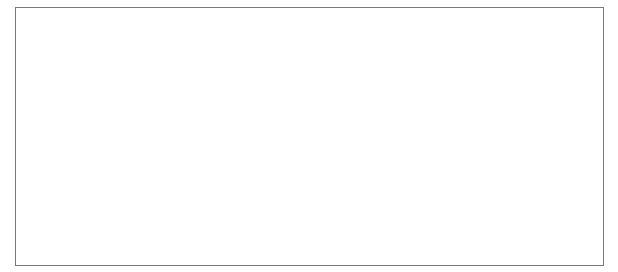
<source format=gbr>
%TF.GenerationSoftware,KiCad,Pcbnew,(6.0.0-0)*%
%TF.CreationDate,2022-07-06T04:59:44-04:00*%
%TF.ProjectId,RAM-Breakout,52414d2d-4272-4656-916b-6f75742e6b69,rev?*%
%TF.SameCoordinates,Original*%
%TF.FileFunction,Profile,NP*%
%FSLAX46Y46*%
G04 Gerber Fmt 4.6, Leading zero omitted, Abs format (unit mm)*
G04 Created by KiCad (PCBNEW (6.0.0-0)) date 2022-07-06 04:59:44*
%MOMM*%
%LPD*%
G01*
G04 APERTURE LIST*
%TA.AperFunction,Profile*%
%ADD10C,0.100000*%
%TD*%
G04 APERTURE END LIST*
D10*
X116840000Y-104648000D02*
X166624000Y-104648000D01*
X166624000Y-104648000D02*
X166624000Y-126492000D01*
X166624000Y-126492000D02*
X116840000Y-126492000D01*
X116840000Y-126492000D02*
X116840000Y-104648000D01*
M02*

</source>
